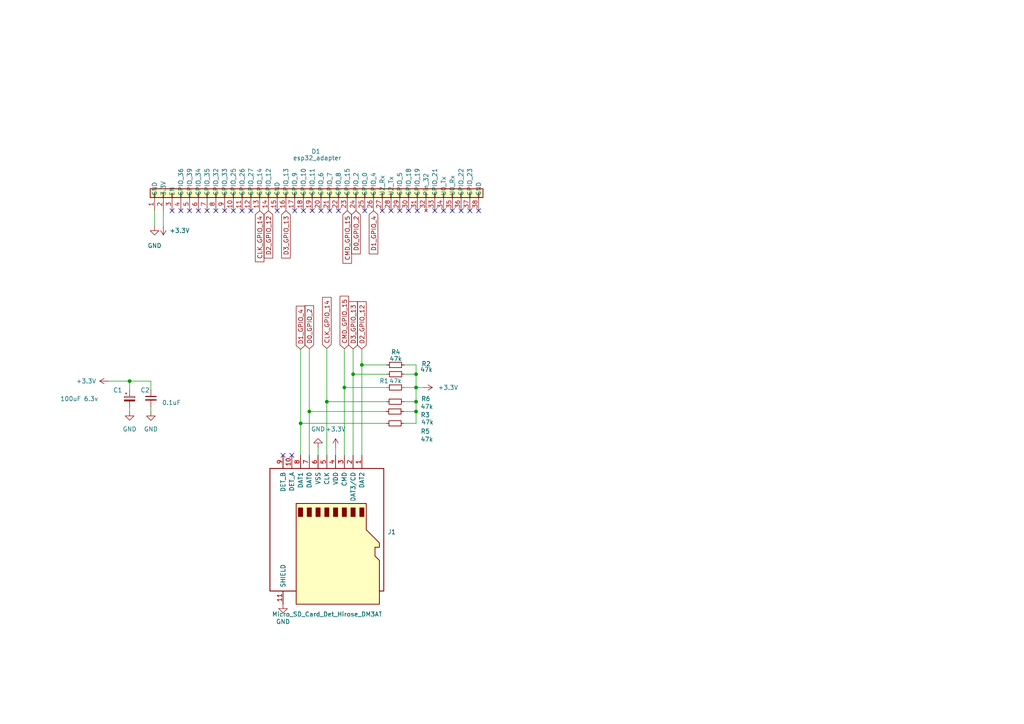
<source format=kicad_sch>
(kicad_sch (version 20211123) (generator eeschema)
  (paper "A4")
  (lib_symbols
    (symbol "Connector:Micro_SD_Card_Det_Hirose_DM3AT" (pin_names (offset 1.016))
      (property "Reference" "J" (at -16.51 17.78 0))
      (property "Value" "Micro_SD_Card_Det_Hirose_DM3AT" (at 16.51 17.78 0))
      (symbol "Micro_SD_Card_Det_Hirose_DM3AT_0_1"
        (rectangle (start -7.62 -6.985) (end -5.08 -8.255) (fill (type outline)))
        (rectangle (start -7.62 -4.445) (end -5.08 -5.715) (fill (type outline)))
        (rectangle (start -7.62 -1.905) (end -5.08 -3.175) (fill (type outline)))
        (rectangle (start -7.62 0.635) (end -5.08 -0.635) (fill (type outline)))
        (rectangle (start -7.62 3.175) (end -5.08 1.905) (fill (type outline)))
        (rectangle (start -7.62 5.715) (end -5.08 4.445) (fill (type outline)))
        (rectangle (start -7.62 8.255) (end -5.08 6.985) (fill (type outline)))
        (rectangle (start -7.62 10.795) (end -5.08 9.525) (fill (type outline)))
        (polyline (pts (xy 16.51 15.24) (xy 16.51 16.51) (xy -19.05 16.51) (xy -19.05 -16.51) (xy 16.51 -16.51) (xy 16.51 -8.89)) (stroke (width 0.254)))
        (polyline (pts (xy -8.89 -8.89) (xy -8.89 11.43) (xy -1.27 11.43) (xy 2.54 15.24) (xy 3.81 15.24) (xy 3.81 13.97) (xy 6.35 13.97) (xy 7.62 15.24) (xy 20.32 15.24) (xy 20.32 -8.89) (xy -8.89 -8.89)) (stroke (width 0.254)) (fill (type background)))
      )
      (symbol "Micro_SD_Card_Det_Hirose_DM3AT_1_1"
        (pin bidirectional line (at -22.86 10.16 0) (length 3.81) (name "DAT2") (number "1"))
        (pin passive line (at -22.86 -10.16 0) (length 3.81) (name "DET_A") (number "10"))
        (pin passive line (at 20.32 -12.7 180) (length 3.81) (name "SHIELD") (number "11"))
        (pin bidirectional line (at -22.86 7.62 0) (length 3.81) (name "DAT3/CD") (number "2"))
        (pin input line (at -22.86 5.08 0) (length 3.81) (name "CMD") (number "3"))
        (pin power_in line (at -22.86 2.54 0) (length 3.81) (name "VDD") (number "4"))
        (pin input line (at -22.86 0 0) (length 3.81) (name "CLK") (number "5"))
        (pin power_in line (at -22.86 -2.54 0) (length 3.81) (name "VSS") (number "6"))
        (pin bidirectional line (at -22.86 -5.08 0) (length 3.81) (name "DAT0") (number "7"))
        (pin bidirectional line (at -22.86 -7.62 0) (length 3.81) (name "DAT1") (number "8"))
        (pin passive line (at -22.86 -12.7 0) (length 3.81) (name "DET_B") (number "9"))
      )
    )
    (symbol "Device:C_Polarized_Small" (pin_numbers hide) (pin_names (offset 0.254) hide)
      (property "Reference" "C" (at 0.254 1.778 0))
      (property "Value" "C_Polarized_Small" (at 0.254 -2.032 0))
      (symbol "C_Polarized_Small_0_1"
        (rectangle (start -1.524 -0.3048) (end 1.524 -0.6858) (fill (type outline)))
        (rectangle (start -1.524 0.6858) (end 1.524 0.3048))
        (polyline (pts (xy -1.27 1.524) (xy -0.762 1.524)))
        (polyline (pts (xy -1.016 1.27) (xy -1.016 1.778)))
      )
      (symbol "C_Polarized_Small_1_1"
        (pin passive line (at 0 2.54 270) (length 1.8542) (name "~") (number "1"))
        (pin passive line (at 0 -2.54 90) (length 1.8542) (name "~") (number "2"))
      )
    )
    (symbol "Device:C_Small" (pin_numbers hide) (pin_names (offset 0.254) hide)
      (property "Reference" "C" (at 0.254 1.778 0))
      (property "Value" "C_Small" (at 0.254 -2.032 0))
      (symbol "C_Small_0_1"
        (polyline (pts (xy -1.524 -0.508) (xy 1.524 -0.508)) (stroke (width 0.3302)))
        (polyline (pts (xy -1.524 0.508) (xy 1.524 0.508)) (stroke (width 0.3048)))
      )
      (symbol "C_Small_1_1"
        (pin passive line (at 0 2.54 270) (length 2.032) (name "~") (number "1"))
        (pin passive line (at 0 -2.54 90) (length 2.032) (name "~") (number "2"))
      )
    )
    (symbol "Device:R_Small" (pin_numbers hide) (pin_names (offset 0.254) hide)
      (property "Reference" "R" (at 0.762 0.508 0))
      (property "Value" "R_Small" (at 0.762 -1.016 0))
      (symbol "R_Small_0_1"
        (rectangle (start -0.762 1.778) (end 0.762 -1.778) (stroke (width 0.2032)))
      )
      (symbol "R_Small_1_1"
        (pin passive line (at 0 2.54 270) (length 0.762) (name "~") (number "1"))
        (pin passive line (at 0 -2.54 90) (length 0.762) (name "~") (number "2"))
      )
    )
    (symbol "auris:esp32_adapter"
      (property "Reference" "D" (at 3.81 1.27 0))
      (property "Value" "esp32_adapter" (at 3.81 -1.27 0))
      (symbol "esp32_adapter_1_1"
        (rectangle (start 2.54 5.207) (end 3.81 4.953) (stroke (width 0.1524)))
        (rectangle (start 2.54 7.747) (end 3.81 7.493) (stroke (width 0.1524)))
        (rectangle (start 2.54 10.287) (end 3.81 10.033) (stroke (width 0.1524)))
        (rectangle (start 2.54 12.827) (end 3.81 12.573) (stroke (width 0.1524)))
        (rectangle (start 2.54 15.367) (end 3.81 15.113) (stroke (width 0.1524)))
        (rectangle (start 2.54 17.907) (end 3.81 17.653) (stroke (width 0.1524)))
        (rectangle (start 2.54 20.447) (end 3.81 20.193) (stroke (width 0.1524)))
        (rectangle (start 2.54 22.987) (end 3.81 22.733) (stroke (width 0.1524)))
        (rectangle (start 2.54 25.527) (end 3.81 25.273) (stroke (width 0.1524)))
        (rectangle (start 2.54 28.067) (end 3.81 27.813) (stroke (width 0.1524)))
        (rectangle (start 2.54 30.607) (end 3.81 30.353) (stroke (width 0.1524)))
        (rectangle (start 2.54 33.147) (end 3.81 32.893) (stroke (width 0.1524)))
        (rectangle (start 2.54 35.687) (end 3.81 35.433) (stroke (width 0.1524)))
        (rectangle (start 2.54 38.227) (end 3.81 37.973) (stroke (width 0.1524)))
        (rectangle (start 2.54 40.767) (end 3.81 40.513) (stroke (width 0.1524)))
        (rectangle (start 2.54 43.307) (end 3.81 43.053) (stroke (width 0.1524)))
        (rectangle (start 2.54 45.847) (end 3.81 45.593) (stroke (width 0.1524)))
        (rectangle (start 2.54 48.387) (end 3.81 48.133) (stroke (width 0.1524)))
        (rectangle (start 2.54 50.927) (end 3.81 50.673) (stroke (width 0.1524)))
        (rectangle (start 2.54 53.467) (end 3.81 53.213) (stroke (width 0.1524)))
        (rectangle (start 2.54 56.007) (end 3.81 55.753) (stroke (width 0.1524)))
        (rectangle (start 2.54 58.547) (end 3.81 58.293) (stroke (width 0.1524)))
        (rectangle (start 2.54 61.087) (end 3.81 60.833) (stroke (width 0.1524)))
        (rectangle (start 2.54 63.627) (end 3.81 63.373) (stroke (width 0.1524)))
        (rectangle (start 2.54 66.167) (end 3.81 65.913) (stroke (width 0.1524)))
        (rectangle (start 2.54 68.707) (end 3.81 68.453) (stroke (width 0.1524)))
        (rectangle (start 2.54 71.247) (end 3.81 70.993) (stroke (width 0.1524)))
        (rectangle (start 2.54 73.787) (end 3.81 73.533) (stroke (width 0.1524)))
        (rectangle (start 2.54 76.327) (end 3.81 76.073) (stroke (width 0.1524)))
        (rectangle (start 2.54 78.867) (end 3.81 78.613) (stroke (width 0.1524)))
        (rectangle (start 2.54 81.407) (end 3.81 81.153) (stroke (width 0.1524)))
        (rectangle (start 2.54 83.947) (end 3.81 83.693) (stroke (width 0.1524)))
        (rectangle (start 2.54 86.487) (end 3.81 86.233) (stroke (width 0.1524)))
        (rectangle (start 2.54 89.027) (end 3.81 88.773) (stroke (width 0.1524)))
        (rectangle (start 2.54 91.567) (end 3.81 91.313) (stroke (width 0.1524)))
        (rectangle (start 2.54 94.107) (end 3.81 93.853) (stroke (width 0.1524)))
        (rectangle (start 2.54 96.647) (end 3.81 96.393) (stroke (width 0.1524)))
        (rectangle (start 2.54 99.187) (end 3.81 98.933) (stroke (width 0.1524)))
        (rectangle (start 2.54 100.33) (end 5.08 3.81) (stroke (width 0.254)) (fill (type background)))
        (pin power_out line (at -1.27 99.06 0) (length 3.81) (name "GND") (number "1"))
        (pin passive line (at -1.27 76.2 0) (length 3.81) (name "GPIO_25") (number "10"))
        (pin passive line (at -1.27 73.66 0) (length 3.81) (name "GPIO_26") (number "11"))
        (pin passive line (at -1.27 71.12 0) (length 3.81) (name "GPIO_27") (number "12"))
        (pin bidirectional line (at -1.27 68.58 0) (length 3.81) (name "GPIO_14") (number "13"))
        (pin passive line (at -1.27 66.04 0) (length 3.81) (name "GPIO_12") (number "14"))
        (pin power_out line (at -1.27 63.5 0) (length 3.81) (name "GND") (number "15"))
        (pin passive line (at -1.27 60.96 0) (length 3.81) (name "GPIO_13") (number "16"))
        (pin passive line (at -1.27 58.42 0) (length 3.81) (name "GPIO_9") (number "17"))
        (pin passive line (at -1.27 55.88 0) (length 3.81) (name "GPIO_10") (number "18"))
        (pin passive line (at -1.27 53.34 0) (length 3.81) (name "GPIO_11") (number "19"))
        (pin power_in line (at -1.27 96.52 0) (length 3.81) (name "3.3V") (number "2"))
        (pin passive line (at -1.27 50.8 0) (length 3.81) (name "GPIO_6") (number "20"))
        (pin passive line (at -1.27 48.26 0) (length 3.81) (name "GPIO_7") (number "21"))
        (pin passive line (at -1.27 45.72 0) (length 3.81) (name "GPIO_8") (number "22"))
        (pin passive line (at -1.27 43.18 0) (length 3.81) (name "GPIO_15") (number "23"))
        (pin passive line (at -1.27 40.64 0) (length 3.81) (name "GPIO_2") (number "24"))
        (pin passive line (at -1.27 38.1 0) (length 3.81) (name "GPIO_0") (number "25"))
        (pin passive line (at -1.27 35.56 0) (length 3.81) (name "GPIO_4") (number "26"))
        (pin input line (at -1.27 33.02 0) (length 3.81) (name "U2_Rx") (number "27"))
        (pin output line (at -1.27 30.48 0) (length 3.81) (name "U2_Tx") (number "28"))
        (pin passive line (at -1.27 27.94 0) (length 3.81) (name "GPIO_5") (number "29"))
        (pin passive line (at -1.27 93.98 0) (length 3.81) (name "EN") (number "3"))
        (pin passive line (at -1.27 25.4 0) (length 3.81) (name "GPIO_18") (number "30"))
        (pin passive line (at -1.27 22.86 0) (length 3.81) (name "GPIO_19") (number "31"))
        (pin no_connect line (at -1.27 20.32 0) (length 3.81) (name "Pin_32") (number "32"))
        (pin passive line (at -1.27 17.78 0) (length 3.81) (name "GPIO_21") (number "33"))
        (pin output line (at -1.27 15.24 0) (length 3.81) (name "U0_Tx") (number "34"))
        (pin input line (at -1.27 12.7 0) (length 3.81) (name "U0_Rx") (number "35"))
        (pin passive line (at -1.27 10.16 0) (length 3.81) (name "GPIO_22") (number "36"))
        (pin passive line (at -1.27 7.62 0) (length 3.81) (name "GPIO_23") (number "37"))
        (pin power_out line (at -1.27 5.08 0) (length 3.81) (name "GND") (number "38"))
        (pin passive line (at -1.27 91.44 0) (length 3.81) (name "GPIO_36") (number "4"))
        (pin passive line (at -1.27 88.9 0) (length 3.81) (name "GPIO_39") (number "5"))
        (pin passive line (at -1.27 86.36 0) (length 3.81) (name "GPIO_34") (number "6"))
        (pin passive line (at -1.27 83.82 0) (length 3.81) (name "GPIO_35") (number "7"))
        (pin passive line (at -1.27 81.28 0) (length 3.81) (name "GPIO_32") (number "8"))
        (pin passive line (at -1.27 78.74 0) (length 3.81) (name "GPIO_33") (number "9"))
      )
    )
    (symbol "power:+3.3V" (power) (pin_names (offset 0))
      (property "Value" "+3.3V" (at 0 3.556 0))
      (symbol "+3.3V_0_1"
        (polyline (pts (xy -0.762 1.27) (xy 0 2.54)))
        (polyline (pts (xy 0 0) (xy 0 2.54)))
        (polyline (pts (xy 0 2.54) (xy 0.762 1.27)))
      )
      (symbol "+3.3V_1_1"
        (pin power_in line (at 0 0 90) (length 0) hide (name "+3.3V") (number "1"))
      )
    )
    (symbol "power:GND" (power) (pin_names (offset 0))
      (property "Value" "GND" (at 0 -3.81 0))
      (symbol "GND_0_1"
        (polyline (pts (xy 0 0) (xy 0 -1.27) (xy 1.27 -1.27) (xy 0 -2.54) (xy -1.27 -1.27) (xy 0 -1.27)))
      )
      (symbol "GND_1_1"
        (pin power_in line (at 0 0 270) (length 0) hide (name "GND") (number "1"))
      )
    )
  )
  (junction (at 120.6754 108.5342))
  (junction (at 102.4128 108.5342))
  (junction (at 120.6754 116.5098))
  (junction (at 94.7928 116.5098))
  (junction (at 87.1982 122.7836))
  (junction (at 37.592 110.5408))
  (junction (at 120.6754 119.3546))
  (junction (at 89.7128 119.3546))
  (junction (at 104.9528 105.8418))
  (junction (at 120.6754 112.395))
  (junction (at 99.8728 112.395))
  (no_connect (at 57.531 61.1124))
  (no_connect (at 54.991 61.1124))
  (no_connect (at 80.391 61.1124))
  (no_connect (at 62.611 61.1124))
  (no_connect (at 88.011 61.1124))
  (no_connect (at 84.6328 132.0546))
  (no_connect (at 110.871 61.1124))
  (no_connect (at 93.091 61.1124))
  (no_connect (at 82.0928 132.0546))
  (no_connect (at 133.731 61.1124))
  (no_connect (at 118.491 61.1124))
  (no_connect (at 98.171 61.1124))
  (no_connect (at 85.471 61.1124))
  (no_connect (at 95.631 61.1124))
  (no_connect (at 105.791 61.1124))
  (no_connect (at 113.411 61.1124))
  (no_connect (at 126.111 61.1124))
  (no_connect (at 115.951 61.1124))
  (no_connect (at 128.651 61.1124))
  (no_connect (at 49.911 61.1124))
  (no_connect (at 65.151 61.1124))
  (no_connect (at 121.031 61.1124))
  (no_connect (at 136.271 61.1124))
  (no_connect (at 60.071 61.1124))
  (no_connect (at 138.811 61.1124))
  (no_connect (at 131.191 61.1124))
  (no_connect (at 72.771 61.1124))
  (no_connect (at 90.551 61.1124))
  (no_connect (at 52.451 61.1124))
  (no_connect (at 67.691 61.1124))
  (no_connect (at 70.231 61.1124))
  (wire (pts (xy 120.6754 119.3546) (xy 120.6754 116.5098)))
  (wire (pts (xy 117.0686 119.3546) (xy 120.6754 119.3546)))
  (wire (pts (xy 104.9528 105.8418) (xy 104.9528 132.0546)))
  (wire (pts (xy 117.2464 112.395) (xy 120.6754 112.395)))
  (wire (pts (xy 87.1728 122.7836) (xy 87.1728 132.0546)))
  (wire (pts (xy 97.3328 129.794) (xy 97.3328 132.0546)))
  (wire (pts (xy 43.7642 110.5408) (xy 43.7642 112.9538)))
  (wire (pts (xy 120.6754 112.395) (xy 120.6754 108.5342)))
  (wire (pts (xy 92.2528 129.7432) (xy 92.2528 132.0546)))
  (wire (pts (xy 99.8728 112.395) (xy 112.1664 112.395)))
  (wire (pts (xy 87.1982 122.7836) (xy 87.1728 122.7836)))
  (wire (pts (xy 120.6754 112.395) (xy 122.8598 112.395)))
  (wire (pts (xy 87.1728 101.3206) (xy 87.1728 122.7836)))
  (wire (pts (xy 104.9528 105.8418) (xy 112.1664 105.8418)))
  (wire (pts (xy 43.7642 118.0338) (xy 43.7642 119.38)))
  (wire (pts (xy 89.7128 101.1682) (xy 89.7128 119.3546)))
  (wire (pts (xy 94.7928 116.5098) (xy 94.7928 132.0546)))
  (wire (pts (xy 99.8728 112.395) (xy 99.8728 132.0546)))
  (wire (pts (xy 37.592 118.1862) (xy 37.592 119.3546)))
  (wire (pts (xy 120.6754 122.7836) (xy 120.6754 119.3546)))
  (wire (pts (xy 94.7928 116.5098) (xy 112.0902 116.5098)))
  (wire (pts (xy 120.6754 108.5342) (xy 120.6754 105.8418)))
  (wire (pts (xy 37.592 110.5408) (xy 43.7642 110.5408)))
  (wire (pts (xy 44.831 61.1124) (xy 44.831 65.6336)))
  (wire (pts (xy 89.7128 119.3546) (xy 111.9886 119.3546)))
  (wire (pts (xy 47.371 61.1124) (xy 47.371 65.6082)))
  (wire (pts (xy 102.4128 108.5342) (xy 112.1918 108.5342)))
  (wire (pts (xy 99.8728 101.1428) (xy 99.8728 112.395)))
  (wire (pts (xy 37.592 110.5408) (xy 37.592 113.1062)))
  (wire (pts (xy 120.6754 116.5098) (xy 120.6754 112.395)))
  (wire (pts (xy 117.1702 116.5098) (xy 120.6754 116.5098)))
  (wire (pts (xy 87.1982 122.7836) (xy 112.0394 122.7836)))
  (wire (pts (xy 94.7928 101.0666) (xy 94.7928 116.5098)))
  (wire (pts (xy 89.7128 119.3546) (xy 89.7128 132.0546)))
  (wire (pts (xy 117.2464 105.8418) (xy 120.6754 105.8418)))
  (wire (pts (xy 104.9528 101.2444) (xy 104.9528 105.8418)))
  (wire (pts (xy 102.4128 108.5342) (xy 102.4128 132.0546)))
  (wire (pts (xy 117.2718 108.5342) (xy 120.6754 108.5342)))
  (wire (pts (xy 31.4452 110.5408) (xy 37.592 110.5408)))
  (wire (pts (xy 117.1194 122.7836) (xy 120.6754 122.7836)))
  (wire (pts (xy 102.4128 101.219) (xy 102.4128 108.5342)))
  (global_label "D2_GPIO_12" (shape input) (at 104.9528 101.2444 90) (property "Обозначения листов" "${INTERSHEET_REFS}" (effects hide)))
  (global_label "CLK_GPIO_14" (shape input) (at 75.311 61.1124 270) (property "Обозначения листов" "${INTERSHEET_REFS}" (effects hide)))
  (global_label "D1_GPIO_4" (shape input) (at 108.331 61.1124 270) (property "Обозначения листов" "${INTERSHEET_REFS}" (effects hide)))
  (global_label "D0_GPIO_2" (shape input) (at 89.7128 101.1682 90) (property "Обозначения листов" "${INTERSHEET_REFS}" (effects hide)))
  (global_label "D3_GPIO_13" (shape input) (at 82.931 61.1124 270) (property "Обозначения листов" "${INTERSHEET_REFS}" (effects hide)))
  (global_label "CMD_GPIO_15" (shape input) (at 99.8728 101.1428 90) (property "Обозначения листов" "${INTERSHEET_REFS}" (effects hide)))
  (global_label "D3_GPIO_13" (shape input) (at 102.4128 101.219 90) (property "Обозначения листов" "${INTERSHEET_REFS}" (effects hide)))
  (global_label "D1_GPIO_4" (shape input) (at 87.1728 101.3206 90) (property "Обозначения листов" "${INTERSHEET_REFS}" (effects hide)))
  (global_label "D2_GPIO_12" (shape input) (at 77.851 61.1124 270) (property "Обозначения листов" "${INTERSHEET_REFS}" (effects hide)))
  (global_label "CLK_GPIO_14" (shape input) (at 94.7928 101.0666 90) (property "Обозначения листов" "${INTERSHEET_REFS}" (effects hide)))
  (global_label "D0_GPIO_2" (shape input) (at 103.251 61.1124 270) (property "Обозначения листов" "${INTERSHEET_REFS}" (effects hide)))
  (global_label "CMD_GPIO_15" (shape input) (at 100.711 61.1124 270) (property "Обозначения листов" "${INTERSHEET_REFS}" (effects hide)))
  (symbol (lib_id "Device:R_Small") (at 114.7064 112.395 90) (unit 1)
    (property "Reference" "R1" (at 111.379 110.49 90))
    (property "Value" "47k" (at 114.7064 110.5154 90))
    (property "Footprint" "Resistor_SMD:R_0805_2012Metric_Pad1.20x1.40mm_HandSolder" (effects hide))
  )
  (symbol (lib_id "power:GND") (at 82.0928 175.2346 0) (unit 1)
    (property "Reference" "#PWR01" (effects hide))
    (property "Value" "GND" (at 82.0928 180.3146 0))
  )
  (symbol (lib_id "power:GND") (at 44.831 65.6336 0) (unit 1)
    (property "Reference" "#PWR06" (effects hide))
    (property "Value" "GND" (at 44.831 71.247 0))
  )
  (symbol (lib_id "power:+3.3V") (at 122.8598 112.395 270) (unit 1)
    (property "Reference" "#PWR0104" (effects hide))
    (property "Value" "+3.3V" (at 127 112.3949 90) (effects (justify left)))
  )
  (symbol (lib_id "power:GND") (at 92.2528 129.7432 180) (unit 1)
    (property "Reference" "#PWR0101" (effects hide))
    (property "Value" "GND" (at 92.2528 124.46 0))
  )
  (symbol (lib_id "Device:C_Small") (at 43.7642 115.4938 0) (unit 1)
    (property "Reference" "C2" (at 40.7416 113.157 0) (effects (justify left)))
    (property "Value" "0.1uF" (at 46.99 116.77 0) (effects (justify left)))
    (property "Footprint" "Capacitor_SMD:C_0805_2012Metric_Pad1.18x1.45mm_HandSolder" (effects hide))
  )
  (symbol (lib_id "auris:esp32_adapter") (at 143.891 59.8424 90) (unit 1)
    (property "Reference" "D1" (at 91.6178 43.9166 90))
    (property "Value" "esp32_adapter" (at 91.9988 45.8216 90))
    (property "Footprint" "auris:adapter_esp32_for_sdcard" (effects hide))
  )
  (symbol (lib_id "Device:R_Small") (at 114.7318 108.5342 90) (unit 1)
    (property "Reference" "R2" (at 123.5964 105.537 90))
    (property "Value" "47k" (at 123.6726 107.2134 90))
    (property "Footprint" "Resistor_SMD:R_0805_2012Metric_Pad1.20x1.40mm_HandSolder" (effects hide))
  )
  (symbol (lib_id "power:+3.3V") (at 97.3328 129.794 0) (unit 1)
    (property "Reference" "#PWR07" (effects hide))
    (property "Value" "+3.3V" (at 97.3328 124.4854 0))
  )
  (symbol (lib_id "Device:R_Small") (at 114.5286 119.3546 90) (unit 1)
    (property "Reference" "R3" (at 123.3424 120.3452 90))
    (property "Value" "47k" (at 123.952 122.4534 90))
    (property "Footprint" "Resistor_SMD:R_0805_2012Metric_Pad1.20x1.40mm_HandSolder" (effects hide))
  )
  (symbol (lib_id "power:+3.3V") (at 31.4452 110.5408 90) (unit 1)
    (property "Reference" "#PWR03" (effects hide))
    (property "Value" "+3.3V" (at 27.94 110.5407 90) (effects (justify left)))
  )
  (symbol (lib_id "Device:R_Small") (at 114.5794 122.7836 90) (unit 1)
    (property "Reference" "R5" (at 123.3678 125.1204 90))
    (property "Value" "47k" (at 123.7996 127.4318 90))
    (property "Footprint" "Resistor_SMD:R_0805_2012Metric_Pad1.20x1.40mm_HandSolder" (effects hide))
  )
  (symbol (lib_id "Device:R_Small") (at 114.6302 116.5098 90) (unit 1)
    (property "Reference" "R6" (at 123.4948 115.6716 90))
    (property "Value" "47k" (at 123.7996 117.9322 90))
    (property "Footprint" "Resistor_SMD:R_0805_2012Metric_Pad1.20x1.40mm_HandSolder" (effects hide))
  )
  (symbol (lib_id "Device:C_Polarized_Small") (at 37.592 115.6462 0) (unit 1)
    (property "Reference" "C1" (at 32.7914 113.157 0) (effects (justify left)))
    (property "Value" "100uF 6.3v" (at 17.4498 115.6716 0) (effects (justify left)))
    (property "Footprint" "Capacitor_Tantalum_SMD:CP_EIA-3528-12_Kemet-T_Pad1.50x2.35mm_HandSolder" (effects hide))
  )
  (symbol (lib_id "power:GND") (at 43.7642 119.38 0) (unit 1)
    (property "Reference" "#PWR05" (effects hide))
    (property "Value" "GND" (at 43.7642 124.46 0))
  )
  (symbol (lib_id "power:GND") (at 37.592 119.3546 0) (unit 1)
    (property "Reference" "#PWR04" (effects hide))
    (property "Value" "GND" (at 37.592 124.46 0))
  )
  (symbol (lib_id "Device:R_Small") (at 114.7064 105.8418 90) (unit 1)
    (property "Reference" "R4" (at 114.7826 102.108 90))
    (property "Value" "47k" (at 114.7826 104.0638 90))
    (property "Footprint" "Resistor_SMD:R_0805_2012Metric_Pad1.20x1.40mm_HandSolder" (effects hide))
  )
  (symbol (lib_id "power:+3.3V") (at 47.371 65.6082 180) (unit 1)
    (property "Reference" "#PWR0103" (effects hide))
    (property "Value" "+3.3V" (at 49.1236 66.8781 0) (effects (justify right)))
  )
  (symbol (lib_id "Connector:Micro_SD_Card_Det_Hirose_DM3AT") (at 94.7928 154.9146 270) (unit 1)
    (property "Reference" "J1" (at 112.4204 154.2795 90) (effects (justify left)))
    (property "Value" "Micro_SD_Card_Det_Hirose_DM3AT" (at 78.867 178.1556 90) (effects (justify left)))
    (property "Footprint" "Connector_Card:microSD_HC_Hirose_DM3AT-SF-PEJM5" (effects hide))
    (property "Datasheet" "https://www.hirose.com/product/en/download_file/key_name/DM3/category/Catalog/doc_file_id/49662/?file_category_id=4&item_id=195&is_series=1" (effects hide))
  )
)
</source>
